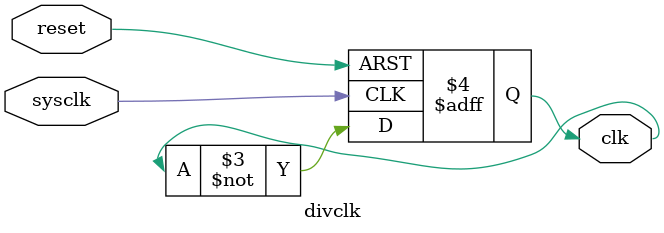
<source format=v>
module divclk(sysclk,clk,reset);
input sysclk,reset;
output clk;
reg clk;
always @(posedge sysclk or negedge reset)
begin
	if(~reset) begin
		clk<=1'b0;
	end
	else begin
		clk<=~clk;
	end
end
endmodule
</source>
